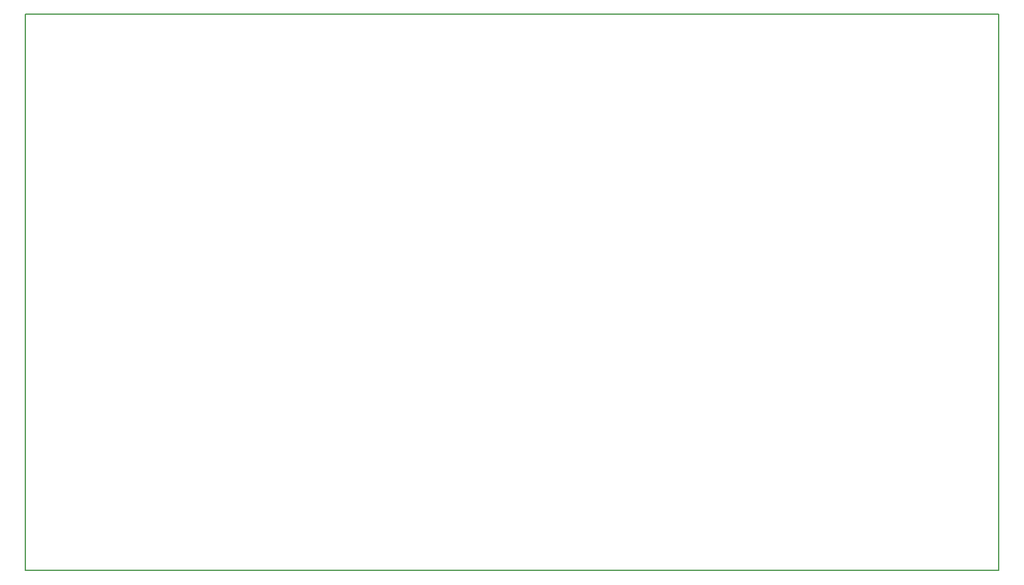
<source format=gbr>
%TF.GenerationSoftware,KiCad,Pcbnew,9.0.2*%
%TF.CreationDate,2025-08-18T15:30:27-04:00*%
%TF.ProjectId,Controller_Simple,436f6e74-726f-46c6-9c65-725f53696d70,rev?*%
%TF.SameCoordinates,Original*%
%TF.FileFunction,Profile,NP*%
%FSLAX46Y46*%
G04 Gerber Fmt 4.6, Leading zero omitted, Abs format (unit mm)*
G04 Created by KiCad (PCBNEW 9.0.2) date 2025-08-18 15:30:27*
%MOMM*%
%LPD*%
G01*
G04 APERTURE LIST*
%TA.AperFunction,Profile*%
%ADD10C,0.200000*%
%TD*%
G04 APERTURE END LIST*
D10*
X40000000Y-20000000D02*
X180000000Y-20000000D01*
X180000000Y-100000000D01*
X40000000Y-100000000D01*
X40000000Y-20000000D01*
M02*

</source>
